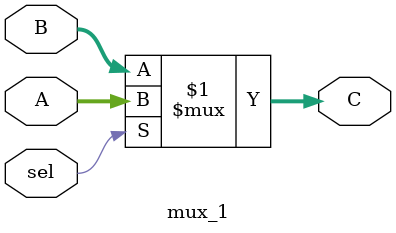
<source format=sv>
module mux_1(
	input [31:0] A, B,
	input sel,
	output [31:0] C
);
			  
assign C = sel ? A : B;

endmodule
</source>
